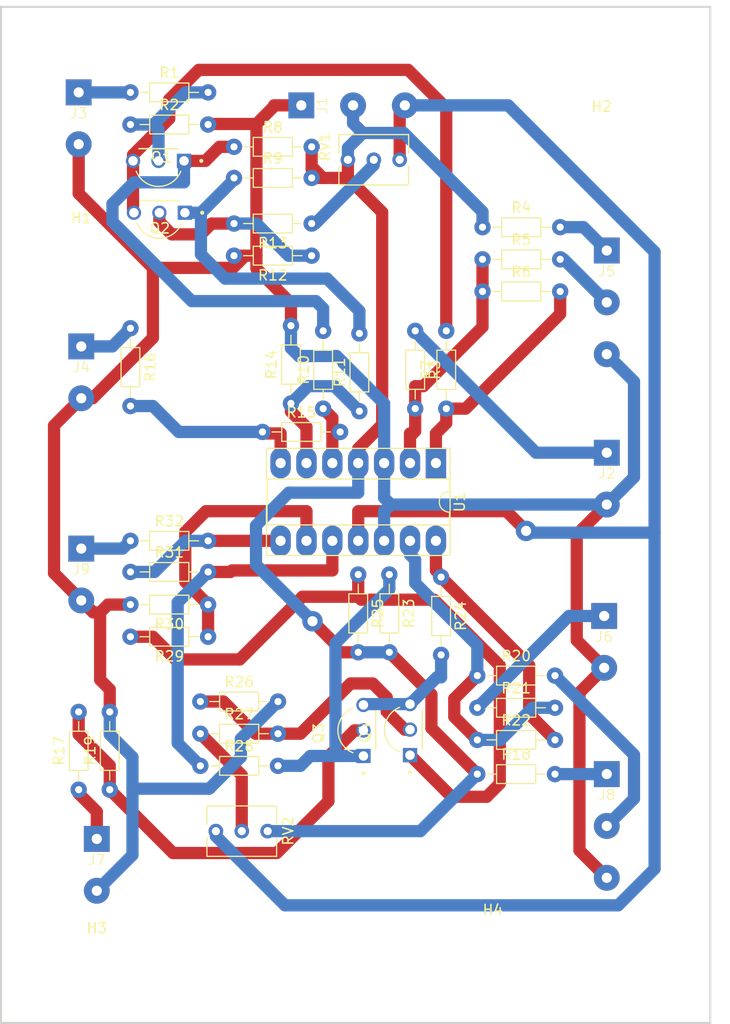
<source format=kicad_pcb>
(kicad_pcb (version 20221018) (generator pcbnew)
  (layers (0 "F.Cu" signal) (31 "B.Cu" signal) (34 "B.Paste" user) (35 "F.Paste" user) (36 "B.SilkS" user "B.Silkscreen") (37 "F.SilkS" user "F.Silkscreen") (38 "B.Mask" user) (39 "F.Mask" user) (44 "Edge.Cuts" user))
  (net 0 "")
  (net 1 "GND")
  (net 2 "+12V")
  (net 3 "-12V")
  (net 4 "Net-(U1C--)")
  (net 5 "Net-(U1D--)")
  (net 6 "Net-(J2-Pin_1)")
  (net 7 "Net-(J3-Pin_1)")
  (net 8 "Net-(J4-Pin_1)")
  (net 9 "Net-(J5-Pin_1)")
  (net 10 "Net-(J5-Pin_2)")
  (net 11 "Net-(Q1-Pad1)")
  (net 12 "Net-(Q1-Pad2)")
  (net 13 "Net-(Q1-Pad3)")
  (net 14 "Net-(Q2-Pad1)")
  (net 15 "Net-(Q2-Pad2)")
  (net 16 "Net-(U1A--)")
  (net 17 "Net-(R6-Pad2)")
  (net 18 "Net-(U1B-+)")
  (net 19 "Net-(U1B--)")
  (net 20 "Net-(R13-Pad1)")
  (net 21 "Net-(R15-Pad1)")
  (net 22 "Net-(J6-Pin_1)")
  (net 23 "Net-(J7-Pin_1)")
  (net 24 "Net-(J8-Pin_1)")
  (net 25 "Net-(J8-Pin_2)")
  (net 26 "Net-(J9-Pin_1)")
  (net 27 "Net-(Q3-Pad1)")
  (net 28 "Net-(Q3-Pad2)")
  (net 29 "Net-(Q3-Pad3)")
  (net 30 "Net-(Q4-Pad1)")
  (net 31 "Net-(Q4-Pad2)")
  (net 32 "Net-(R22-Pad2)")
  (net 33 "Net-(R27-Pad1)")
  (net 34 "Net-(U1C-+)")
  (net 35 "Net-(R31-Pad1)")
  (footprint "my_library:my_tht_r" (layer "F.Cu") (at 176.784 104.14)
    (fp_text reference "R32" (at 3.81 -1.92) (layer "F.SilkS"))
    (fp_text value "1k")
    (pad "1" thru_hole circle (at 0 0) (size 1.6 1.6) (drill 0.7) (layers "*.Cu" "*.Mask") (net 26 "Net-(J9-Pin_1)"))
    (pad "2" thru_hole oval (at 7.62 0) (size 1.6 1.6) (drill 0.7) (layers "*.Cu" "*.Mask") (net 35 "Net-(R31-Pad1)"))
  )
  (footprint "my_library:my_tht_r" (layer "F.Cu") (at 184.404 113.538 180)
    (fp_text reference "R29" (at 3.81 -1.92 180) (layer "F.SilkS"))
    (fp_text value "10k")
    (pad "1" thru_hole circle (at 0 0 180) (size 1.6 1.6) (drill 0.7) (layers "*.Cu" "*.Mask") (net 4 "Net-(U1C--)"))
    (pad "2" thru_hole oval (at 7.62 0 180) (size 1.6 1.6) (drill 0.7) (layers "*.Cu" "*.Mask") (net 30 "Net-(Q4-Pad1)"))
  )
  (footprint "my_library:my_tht_r" (layer "F.Cu") (at 211.328 73.406)
    (fp_text reference "R4" (at 3.81 -1.92) (layer "F.SilkS"))
    (fp_text value "20k")
    (pad "1" thru_hole circle (at 0 0) (size 1.6 1.6) (drill 0.7) (layers "*.Cu" "*.Mask") (net 2 "+12V"))
    (pad "2" thru_hole oval (at 7.62 0) (size 1.6 1.6) (drill 0.7) (layers "*.Cu" "*.Mask") (net 9 "Net-(J5-Pin_1)"))
  )
  (footprint "my_library:my_really_cool_2pin" (layer "F.Cu") (at 223.266 114.046)
    (fp_text reference "J6" (at 0 -0.5 unlocked) (layer "F.SilkS") (effects (font (thickness 0.1))))
    (fp_text value "Conn_01x02_Socket")
    (pad "1" thru_hole rect (at 0 -2.54) (size 2.54 2.54) (drill 1) (layers "*.Cu" "*.Mask") (net 22 "Net-(J6-Pin_1)"))
    (pad "2" thru_hole circle (at 0 2.54) (size 2.54 2.54) (drill 1) (layers "*.Cu" "*.Mask") (net 1 "GND"))
  )
  (footprint "my_library:my_really_cool_2pin" (layer "F.Cu") (at 223.52 98.044)
    (fp_text reference "J2" (at 0 -0.5 unlocked) (layer "F.SilkS") (effects (font (thickness 0.1))))
    (fp_text value "Conn_01x02_Socket")
    (pad "1" thru_hole rect (at 0 -2.54) (size 2.54 2.54) (drill 1) (layers "*.Cu" "*.Mask") (net 6 "Net-(J2-Pin_1)"))
    (pad "2" thru_hole circle (at 0 2.54) (size 2.54 2.54) (drill 1) (layers "*.Cu" "*.Mask") (net 1 "GND"))
  )
  (footprint "my_library:my_tht_r" (layer "F.Cu") (at 210.82 117.348)
    (fp_text reference "R20" (at 3.81 -1.92) (layer "F.SilkS"))
    (fp_text value "100k")
    (pad "1" thru_hole circle (at 0 0) (size 1.6 1.6) (drill 0.7) (layers "*.Cu" "*.Mask") (net 5 "Net-(U1D--)"))
    (pad "2" thru_hole oval (at 7.62 0) (size 1.6 1.6) (drill 0.7) (layers "*.Cu" "*.Mask") (net 25 "Net-(J8-Pin_2)"))
  )
  (footprint "my_library:my_tht_r" (layer "F.Cu") (at 194.564 76.2 180)
    (fp_text reference "R12" (at 3.81 -1.92 180) (layer "F.SilkS"))
    (fp_text value "100")
    (pad "1" thru_hole circle (at 0 0 180) (size 1.6 1.6) (drill 0.7) (layers "*.Cu" "*.Mask") (net 15 "Net-(Q2-Pad2)"))
    (pad "2" thru_hole oval (at 7.62 0 180) (size 1.6 1.6) (drill 0.7) (layers "*.Cu" "*.Mask") (net 1 "GND"))
  )
  (footprint "my_library:my_tht_r" (layer "F.Cu") (at 186.944 68.58)
    (fp_text reference "R9" (at 3.81 -1.92) (layer "F.SilkS"))
    (fp_text value "20k")
    (pad "1" thru_hole circle (at 0 0) (size 1.6 1.6) (drill 0.7) (layers "*.Cu" "*.Mask") (net 14 "Net-(Q2-Pad1)"))
    (pad "2" thru_hole oval (at 7.62 0) (size 1.6 1.6) (drill 0.7) (layers "*.Cu" "*.Mask") (net 2 "+12V"))
  )
  (footprint "my_library:my_tht_r" (layer "F.Cu") (at 176.784 83.312 -90)
    (fp_text reference "R16" (at 3.81 -1.92 -90) (layer "F.SilkS"))
    (fp_text value "1k")
    (pad "1" thru_hole circle (at 0 0 270) (size 1.6 1.6) (drill 0.7) (layers "*.Cu" "*.Mask") (net 8 "Net-(J4-Pin_1)"))
    (pad "2" thru_hole oval (at 7.62 0 270) (size 1.6 1.6) (drill 0.7) (layers "*.Cu" "*.Mask") (net 21 "Net-(R15-Pad1)"))
  )
  (footprint "Potentiometer_THT:Potentiometer_Vishay_T73XW_Horizontal" (layer "F.Cu") (at 190.246 132.588 -90)
    (fp_text reference "RV2" (at 0 -2.01 90) (layer "F.SilkS"))
    (fp_text value "100k")
    (pad "1" thru_hole circle (at 0 0 270) (size 1.44 1.44) (drill 0.8) (layers "*.Cu" "*.Mask") (net 2 "+12V"))
    (pad "2" thru_hole circle (at 0 2.54 270) (size 1.44 1.44) (drill 0.8) (layers "*.Cu" "*.Mask") (net 33 "Net-(R27-Pad1)"))
    (pad "3" thru_hole circle (at 0 5.08 270) (size 1.44 1.44) (drill 0.8) (layers "*.Cu" "*.Mask") (net 3 "-12V"))
  )
  (footprint "my_library:my_tht_r" (layer "F.Cu") (at 174.752 128.524 90)
    (fp_text reference "R19" (at 3.81 -1.92 90) (layer "F.SilkS"))
    (fp_text value "100")
    (pad "1" thru_hole circle (at 0 0 90) (size 1.6 1.6) (drill 0.7) (layers "*.Cu" "*.Mask") (net 28 "Net-(Q3-Pad2)"))
    (pad "2" thru_hole oval (at 7.62 0 90) (size 1.6 1.6) (drill 0.7) (layers "*.Cu" "*.Mask") (net 1 "GND"))
  )
  (footprint "my_library:my_tht_r" (layer "F.Cu") (at 207.772 91.186 90)
    (fp_text reference "R7" (at 3.81 -1.92 90) (layer "F.SilkS"))
    (fp_text value "10k")
    (pad "1" thru_hole circle (at 0 0 90) (size 1.6 1.6) (drill 0.7) (layers "*.Cu" "*.Mask") (net 17 "Net-(R6-Pad2)"))
    (pad "2" thru_hole oval (at 7.62 0 90) (size 1.6 1.6) (drill 0.7) (layers "*.Cu" "*.Mask") (net 13 "Net-(Q1-Pad3)"))
  )
  (footprint "BC548C:TO92250P510H770-3" (layer "F.Cu") (at 179.538 67.564 180)
    (fp_text reference "Q1" (at -0.275 1.016) (layer "F.SilkS"))
    (fp_text value "BC548C")
    (pad "1" thru_hole rect (at -2.5 0.655 180) (size 1.4 1.4) (drill 0.93) (layers "*.Cu" "*.Mask") (net 11 "Net-(Q1-Pad1)"))
    (pad "2" thru_hole circle (at 0 0.655 180) (size 1.4 1.4) (drill 0.93) (layers "*.Cu" "*.Mask") (net 12 "Net-(Q1-Pad2)"))
    (pad "3" thru_hole circle (at 2.5 0.655 180) (size 1.4 1.4) (drill 0.93) (layers "*.Cu" "*.Mask") (net 13 "Net-(Q1-Pad3)"))
  )
  (footprint "my_library:my_really_cool_2pin" (layer "F.Cu") (at 173.482 135.89)
    (fp_text reference "J7" (at 0 -0.5 unlocked) (layer "F.SilkS") (effects (font (thickness 0.1))))
    (fp_text value "Conn_01x02_Socket")
    (pad "1" thru_hole rect (at 0 -2.54) (size 2.54 2.54) (drill 1) (layers "*.Cu" "*.Mask") (net 23 "Net-(J7-Pin_1)"))
    (pad "2" thru_hole circle (at 0 2.54) (size 2.54 2.54) (drill 1) (layers "*.Cu" "*.Mask") (net 1 "GND"))
  )
  (footprint "BC548C:TO92250P510H770-3" (layer "F.Cu") (at 198.989 122.722 90)
    (fp_text reference "Q3" (at -0.275 -3.735 90) (layer "F.SilkS"))
    (fp_text value "BC548C")
    (pad "1" thru_hole rect (at -2.5 0.655 90) (size 1.4 1.4) (drill 0.93) (layers "*.Cu" "*.Mask") (net 27 "Net-(Q3-Pad1)"))
    (pad "2" thru_hole circle (at 0 0.655 90) (size 1.4 1.4) (drill 0.93) (layers "*.Cu" "*.Mask") (net 28 "Net-(Q3-Pad2)"))
    (pad "3" thru_hole circle (at 2.5 0.655 90) (size 1.4 1.4) (drill 0.93) (layers "*.Cu" "*.Mask") (net 29 "Net-(Q3-Pad3)"))
  )
  (footprint "my_library:my_tht_r" (layer "F.Cu") (at 184.404 110.388 180)
    (fp_text reference "R30" (at 3.81 -1.92 180) (layer "F.SilkS"))
    (fp_text value "100k")
    (pad "1" thru_hole circle (at 0 0 180) (size 1.6 1.6) (drill 0.7) (layers "*.Cu" "*.Mask") (net 4 "Net-(U1C--)"))
    (pad "2" thru_hole oval (at 7.62 0 180) (size 1.6 1.6) (drill 0.7) (layers "*.Cu" "*.Mask") (net 1 "GND"))
  )
  (footprint "my_library:my_tht_r" (layer "F.Cu") (at 194.564 73.05 180)
    (fp_text reference "R13" (at 3.81 -1.92 180) (layer "F.SilkS"))
    (fp_text value "100k")
    (pad "1" thru_hole circle (at 0 0 180) (size 1.6 1.6) (drill 0.7) (layers "*.Cu" "*.Mask") (net 20 "Net-(R13-Pad1)"))
    (pad "2" thru_hole oval (at 7.62 0 180) (size 1.6 1.6) (drill 0.7) (layers "*.Cu" "*.Mask") (net 15 "Net-(Q2-Pad2)"))
  )
  (footprint "my_library:my_tht_r" (layer "F.Cu") (at 202.184 107.442 -90)
    (fp_text reference "R23" (at 3.81 -1.92 -90) (layer "F.SilkS"))
    (fp_text value "20k")
    (pad "1" thru_hole circle (at 0 0 270) (size 1.6 1.6) (drill 0.7) (layers "*.Cu" "*.Mask") (net 27 "Net-(Q3-Pad1)"))
    (pad "2" thru_hole oval (at 7.62 0 270) (size 1.6 1.6) (drill 0.7) (layers "*.Cu" "*.Mask") (net 2 "+12V"))
  )
  (footprint "BC548C:TO92250P510H770-3" (layer "F.Cu") (at 179.6235 72.644 180)
    (fp_text reference "Q2" (at -0.04 -0.869) (layer "F.SilkS"))
    (fp_text value "BC548C")
    (pad "1" thru_hole rect (at -2.5 0.655 180) (size 1.4 1.4) (drill 0.93) (layers "*.Cu" "*.Mask") (net 14 "Net-(Q2-Pad1)"))
    (pad "2" thru_hole circle (at 0 0.655 180) (size 1.4 1.4) (drill 0.93) (layers "*.Cu" "*.Mask") (net 15 "Net-(Q2-Pad2)"))
    (pad "3" thru_hole circle (at 2.5 0.655 180) (size 1.4 1.4) (drill 0.93) (layers "*.Cu" "*.Mask") (net 13 "Net-(Q1-Pad3)"))
  )
  (footprint "my_library:my_tht_r" (layer "F.Cu") (at 176.784 63.348)
    (fp_text reference "R2" (at 3.81 -1.92) (layer "F.SilkS"))
    (fp_text value "100")
    (pad "1" thru_hole circle (at 0 0) (size 1.6 1.6) (drill 0.7) (layers "*.Cu" "*.Mask") (net 12 "Net-(Q1-Pad2)"))
    (pad "2" thru_hole oval (at 7.62 0) (size 1.6 1.6) (drill 0.7) (layers "*.Cu" "*.Mask") (net 1 "GND"))
  )
  (footprint "MountingHole:MountingHole_2.1mm" (layer "F.Cu") (at 223.012 64.77)
    (fp_text reference "H2" (at 0 -3.2) (layer "F.SilkS"))
    (fp_text value "MountingHole")
    (pad "" np_thru_hole circle (at 0 0) (size 2.1 2.1) (drill 2.1) (layers "*.Cu" "*.Mask"))
  )
  (footprint "MountingHole:MountingHole_2.1mm" (layer "F.Cu") (at 171.958 75.692)
    (fp_text reference "H1" (at 0 -3.2) (layer "F.SilkS"))
    (fp_text value "MountingHole")
    (pad "" np_thru_hole circle (at 0 0) (size 2.1 2.1) (drill 2.1) (layers "*.Cu" "*.Mask"))
  )
  (footprint "my_library:my_tht_r" (layer "F.Cu") (at 204.724 83.566 -90)
    (fp_text reference "R3" (at 3.81 -1.92 -90) (layer "F.SilkS"))
    (fp_text value "100k")
    (pad "1" thru_hole circle (at 0 0 270) (size 1.6 1.6) (drill 0.7) (layers "*.Cu" "*.Mask") (net 6 "Net-(J2-Pin_1)"))
    (pad "2" thru_hole oval (at 7.62 0 270) (size 1.6 1.6) (drill 0.7) (layers "*.Cu" "*.Mask") (net 16 "Net-(U1A--)"))
  )
  (footprint "my_library:my_tht_r" (layer "F.Cu") (at 211.328 76.556)
    (fp_text reference "R5" (at 3.81 -1.92) (layer "F.SilkS"))
    (fp_text value "100k")
    (pad "1" thru_hole circle (at 0 0) (size 1.6 1.6) (drill 0.7) (layers "*.Cu" "*.Mask") (net 16 "Net-(U1A--)"))
    (pad "2" thru_hole oval (at 7.62 0) (size 1.6 1.6) (drill 0.7) (layers "*.Cu" "*.Mask") (net 10 "Net-(J5-Pin_2)"))
  )
  (footprint "my_library:my_tht_r" (layer "F.Cu") (at 211.328 79.706)
    (fp_text reference "R6" (at 3.81 -1.92) (layer "F.SilkS"))
    (fp_text value "82k")
    (pad "1" thru_hole circle (at 0 0) (size 1.6 1.6) (drill 0.7) (layers "*.Cu" "*.Mask") (net 16 "Net-(U1A--)"))
    (pad "2" thru_hole oval (at 7.62 0) (size 1.6 1.6) (drill 0.7) (layers "*.Cu" "*.Mask") (net 17 "Net-(R6-Pad2)"))
  )
  (footprint "my_library:my_tht_r" (layer "F.Cu") (at 199.136 107.442 -90)
    (fp_text reference "R25" (at 3.81 -1.92 -90) (layer "F.SilkS"))
    (fp_text value "20k")
    (pad "1" thru_hole circle (at 0 0 270) (size 1.6 1.6) (drill 0.7) (layers "*.Cu" "*.Mask") (net 30 "Net-(Q4-Pad1)"))
    (pad "2" thru_hole oval (at 7.62 0 270) (size 1.6 1.6) (drill 0.7) (layers "*.Cu" "*.Mask") (net 2 "+12V"))
  )
  (footprint "my_library:my_tht_r" (layer "F.Cu") (at 199.248 91.44 90)
    (fp_text reference "R11" (at 3.81 -1.92 90) (layer "F.SilkS"))
    (fp_text value "10k")
    (pad "1" thru_hole circle (at 0 0 90) (size 1.6 1.6) (drill 0.7) (layers "*.Cu" "*.Mask") (net 19 "Net-(U1B--)"))
    (pad "2" thru_hole oval (at 7.62 0 90) (size 1.6 1.6) (drill 0.7) (layers "*.Cu" "*.Mask") (net 14 "Net-(Q2-Pad1)"))
  )
  (footprint "my_library:my_tht_r" (layer "F.Cu") (at 195.692 91.186 90)
    (fp_text reference "R10" (at 3.81 -1.92 90) (layer "F.SilkS"))
    (fp_text value "10k")
    (pad "1" thru_hole circle (at 0 0 90) (size 1.6 1.6) (drill 0.7) (layers "*.Cu" "*.Mask") (net 18 "Net-(U1B-+)"))
    (pad "2" thru_hole oval (at 7.62 0 90) (size 1.6 1.6) (drill 0.7) (layers "*.Cu" "*.Mask") (net 11 "Net-(Q1-Pad1)"))
  )
  (footprint "my_library:my_tht_r" (layer "F.Cu") (at 183.642 123.038)
    (fp_text reference "R27" (at 3.81 -1.92) (layer "F.SilkS"))
    (fp_text value "100k")
    (pad "1" thru_hole circle (at 0 0) (size 1.6 1.6) (drill 0.7) (layers "*.Cu" "*.Mask") (net 33 "Net-(R27-Pad1)"))
    (pad "2" thru_hole oval (at 7.62 0) (size 1.6 1.6) (drill 0.7) (layers "*.Cu" "*.Mask") (net 31 "Net-(Q4-Pad2)"))
  )
  (footprint "my_library:my_really_cool_3pin" (layer "F.Cu") (at 223.52 78.232)
    (fp_text reference "J5" (at 0 -0.5 unlocked) (layer "F.SilkS") (effects (font (thickness 0.1))))
    (fp_text value "Conn_01x03_Socket")
    (pad "1" thru_hole rect (at 0 -2.54) (size 2.54 2.54) (drill 1) (layers "*.Cu" "*.Mask") (net 9 "Net-(J5-Pin_1)"))
    (pad "2" thru_hole circle (at 0 2.54) (size 2.54 2.54) (drill 1) (layers "*.Cu" "*.Mask") (net 10 "Net-(J5-Pin_2)"))
    (pad "3" thru_hole circle (at 0 7.62) (size 2.54 2.54) (drill 1) (layers "*.Cu" "*.Mask") (net 1 "GND"))
  )
  (footprint "my_library:my_really_cool_3pin" (layer "F.Cu") (at 196.088 61.468 90)
    (fp_text reference "J1" (at 0 -0.5 90 unlocked) (layer "F.SilkS") (effects (font (thickness 0.1))))
    (fp_text value "Conn_01x03_Socket")
    (pad "1" thru_hole rect (at 0 -2.54 90) (size 2.54 2.54) (drill 1) (layers "*.Cu" "*.Mask") (net 1 "GND"))
    (pad "2" thru_hole circle (at 0 2.54 90) (size 2.54 2.54) (drill 1) (layers "*.Cu" "*.Mask") (net 2 "+12V"))
    (pad "3" thru_hole circle (at 0 7.62 90) (size 2.54 2.54) (drill 1) (layers "*.Cu" "*.Mask") (net 3 "-12V"))
  )
  (footprint "my_library:my_really_cool_2pin" (layer "F.Cu") (at 171.958 107.442)
    (fp_text reference "J9" (at 0 -0.5 unlocked) (layer "F.SilkS") (effects (font (thickness 0.1))))
    (fp_text value "Conn_01x02_Socket")
    (pad "1" thru_hole rect (at 0 -2.54) (size 2.54 2.54) (drill 1) (layers "*.Cu" "*.Mask") (net 26 "Net-(J9-Pin_1)"))
    (pad "2" thru_hole circle (at 0 2.54) (size 2.54 2.54) (drill 1) (layers "*.Cu" "*.Mask") (net 1 "GND"))
  )
  (footprint "my_library:my_tht_r" (layer "F.Cu") (at 183.642 126.188)
    (fp_text reference "R28" (at 3.81 -1.92) (layer "F.SilkS"))
    (fp_text value "10k")
    (pad "1" thru_hole circle (at 0 0) (size 1.6 1.6) (drill 0.7) (layers "*.Cu" "*.Mask") (net 34 "Net-(U1C-+)"))
    (pad "2" thru_hole oval (at 7.62 0) (size 1.6 1.6) (drill 0.7) (layers "*.Cu" "*.Mask") (net 27 "Net-(Q3-Pad1)"))
  )
  (footprint "Potentiometer_THT:Potentiometer_Vishay_T73XW_Horizontal" (layer "F.Cu") (at 198.12 66.802 90)
    (fp_text reference "RV1" (at 1.27 -2.264 90) (layer "F.SilkS"))
    (fp_text value "100k")
    (pad "1" thru_hole circle (at 0 0 90) (size 1.44 1.44) (drill 0.8) (layers "*.Cu" "*.Mask") (net 2 "+12V"))
    (pad "2" thru_hole circle (at 0 2.54 90) (size 1.44 1.44) (drill 0.8) (layers "*.Cu" "*.Mask") (net 20 "Net-(R13-Pad1)"))
    (pad "3" thru_hole circle (at 0 5.08 90) (size 1.44 1.44) (drill 0.8) (layers "*.Cu" "*.Mask") (net 3 "-12V"))
  )
  (footprint "my_library:my_tht_r" (layer "F.Cu") (at 189.738 93.472)
    (fp_text reference "R15" (at 3.81 -1.92) (layer "F.SilkS"))
    (fp_text value "100k")
    (pad "1" thru_hole circle (at 0 0) (size 1.6 1.6) (drill 0.7) (layers "*.Cu" "*.Mask") (net 21 "Net-(R15-Pad1)"))
    (pad "2" thru_hole oval (at 7.62 0) (size 1.6 1.6) (drill 0.7) (layers "*.Cu" "*.Mask") (net 18 "Net-(U1B-+)"))
  )
  (footprint "my_library:my_tht_r" (layer "F.Cu") (at 176.784 60.198)
    (fp_text reference "R1" (at 3.81 -1.92) (layer "F.SilkS"))
    (fp_text value "100k")
    (pad "1" thru_hole circle (at 0 0) (size 1.6 1.6) (drill 0.7) (layers "*.Cu" "*.Mask") (net 7 "Net-(J3-Pin_1)"))
    (pad "2" thru_hole oval (at 7.62 0) (size 1.6 1.6) (drill 0.7) (layers "*.Cu" "*.Mask") (net 12 "Net-(Q1-Pad2)"))
  )
  (footprint "my_library:my_tht_r" (layer "F.Cu") (at 183.642 119.888)
    (fp_text reference "R26" (at 3.81 -1.92) (layer "F.SilkS"))
    (fp_text value "100")
    (pad "1" thru_hole circle (at 0 0) (size 1.6 1.6) (drill 0.7) (layers "*.Cu" "*.Mask") (net 31 "Net-(Q4-Pad2)"))
    (pad "2" thru_hole oval (at 7.62 0) (size 1.6 1.6) (drill 0.7) (layers "*.Cu" "*.Mask") (net 1 "GND"))
  )
  (footprint "my_library:my_tht_r" (layer "F.Cu") (at 210.82 123.648)
    (fp_text reference "R22" (at 3.81 -1.92) (layer "F.SilkS"))
    (fp_text value "82k")
    (pad "1" thru_hole circle (at 0 0) (size 1.6 1.6) (drill 0.7) (layers "*.Cu" "*.Mask") (net 5 "Net-(U1D--)"))
    (pad "2" thru_hole oval (at 7.62 0) (size 1.6 1.6) (drill 0.7) (layers "*.Cu" "*.Mask") (net 32 "Net-(R22-Pad2)"))
  )
  (footprint "my_library:my_tht_r" (layer "F.Cu") (at 186.944 65.532)
    (fp_text reference "R8" (at 3.81 -1.92) (layer "F.SilkS"))
    (fp_text value "20k")
    (pad "1" thru_hole circle (at 0 0) (size 1.6 1.6) (drill 0.7) (layers "*.Cu" "*.Mask") (net 11 "Net-(Q1-Pad1)"))
    (pad "2" thru_hole oval (at 7.62 0) (size 1.6 1.6) (drill 0.7) (layers "*.Cu" "*.Mask") (net 2 "+12V"))
  )
  (footprint "my_library:my_tht_r" (layer "F.Cu") (at 210.82 120.498)
    (fp_text reference "R21" (at 3.81 -1.92) (layer "F.SilkS"))
    (fp_text value "100k")
    (pad "1" thru_hole circle (at 0 0) (size 1.6 1.6) (drill 0.7) (layers "*.Cu" "*.Mask") (net 22 "Net-(J6-Pin_1)"))
    (pad "2" thru_hole oval (at 7.62 0) (size 1.6 1.6) (drill 0.7) (layers "*.Cu" "*.Mask") (net 5 "Net-(U1D--)"))
  )
  (footprint "my_library:my_tht_r" (layer "F.Cu") (at 192.532 90.678 90)
    (fp_text reference "R14" (at 3.81 -1.92 90) (layer "F.SilkS"))
    (fp_text value "100k")
    (pad "1" thru_hole circle (at 0 0 90) (size 1.6 1.6) (drill 0.7) (layers "*.Cu" "*.Mask") (net 19 "Net-(U1B--)"))
    (pad "2" thru_hole oval (at 7.62 0 90) (size 1.6 1.6) (drill 0.7) (layers "*.Cu" "*.Mask") (net 1 "GND"))
  )
  (footprint "my_library:my_tht_r" (layer "F.Cu") (at 210.82 127)
    (fp_text reference "R18" (at 3.81 -1.92) (layer "F.SilkS"))
    (fp_text value "20k")
    (pad "1" thru_hole circle (at 0 0) (size 1.6 1.6) (drill 0.7) (layers "*.Cu" "*.Mask") (net 2 "+12V"))
    (pad "2" thru_hole oval (at 7.62 0) (size 1.6 1.6) (drill 0.7) (layers "*.Cu" "*.Mask") (net 24 "Net-(J8-Pin_1)"))
  )
  (footprint "my_library:my_tht_r" (layer "F.Cu") (at 207.264 107.696 -90)
    (fp_text reference "R24" (at 3.81 -1.92 -90) (layer "F.SilkS"))
    (fp_text value "10k")
    (pad "1" thru_hole circle (at 0 0 270) (size 1.6 1.6) (drill 0.7) (layers "*.Cu" "*.Mask") (net 32 "Net-(R22-Pad2)"))
    (pad "2" thru_hole oval (at 7.62 0 270) (size 1.6 1.6) (drill 0.7) (layers "*.Cu" "*.Mask") (net 29 "Net-(Q3-Pad3)"))
  )
  (footprint "MountingHole:MountingHole_2.1mm" (layer "F.Cu") (at 212.344 143.51)
    (fp_text reference "H4" (at 0 -3.2) (layer "F.SilkS"))
    (fp_text value "MountingHole")
    (pad "" np_thru_hole circle (at 0 0) (size 2.1 2.1) (drill 2.1) (layers "*.Cu" "*.Mask"))
  )
  (footprint "my_library:my_really_cool_2pin" (layer "F.Cu") (at 171.958 87.63)
    (fp_text reference "J4" (at 0 -0.5 unlocked) (layer "F.SilkS") (effects (font (thickness 0.1))))
    (fp_text value "Conn_01x02_Socket")
    (pad "1" thru_hole rect (at 0 -2.54) (size 2.54 2.54) (drill 1) (layers "*.Cu" "*.Mask") (net 8 "Net-(J4-Pin_1)"))
    (pad "2" thru_hole circle (at 0 2.54) (size 2.54 2.54) (drill 1) (layers "*.Cu" "*.Mask") (net 1 "GND"))
  )
  (footprint "my_library:my_really_cool_2pin" (layer "F.Cu") (at 171.704 62.738)
    (fp_text reference "J3" (at 0 -0.5 unlocked) (layer "F.SilkS") (effects (font (thickness 0.1))))
    (fp_text value "Conn_01x02_Socket")
    (pad "1" thru_hole rect (at 0 -2.54) (size 2.54 2.54) (drill 1) (layers "*.Cu" "*.Mask") (net 7 "Net-(J3-Pin_1)"))
    (pad "2" thru_hole circle (at 0 2.54) (size 2.54 2.54) (drill 1) (layers "*.Cu" "*.Mask") (net 1 "GND"))
  )
  (footprint "my_library:my_really_cool_3pin" (layer "F.Cu") (at 223.52 129.54)
    (fp_text reference "J8" (at 0 -0.5 unlocked) (layer "F.SilkS") (effects (font (thickness 0.1))))
    (fp_text value "Conn_01x03_Socket")
    (pad "1" thru_hole rect (at 0 -2.54) (size 2.54 2.54) (drill 1) (layers "*.Cu" "*.Mask") (net 24 "Net-(J8-Pin_1)"))
    (pad "2" thru_hole circle (at 0 2.54) (size 2.54 2.54) (drill 1) (layers "*.Cu" "*.Mask") (net 25 "Net-(J8-Pin_2)"))
    (pad "3" thru_hole circle (at 0 7.62) (size 2.54 2.54) (drill 1) (layers "*.Cu" "*.Mask") (net 1 "GND"))
  )
  (footprint "my_library:my_tht_r" (layer "F.Cu") (at 171.704 128.524 90)
    (fp_text reference "R17" (at 3.81 -1.92 90) (layer "F.SilkS"))
    (fp_text value "100k")
    (pad "1" thru_hole circle (at 0 0 90) (size 1.6 1.6) (drill 0.7) (layers "*.Cu" "*.Mask") (net 23 "Net-(J7-Pin_1)"))
    (pad "2" thru_hole oval (at 7.62 0 90) (size 1.6 1.6) (drill 0.7) (layers "*.Cu" "*.Mask") (net 28 "Net-(Q3-Pad2)"))
  )
  (footprint "BC548C:TO92250P510H770-3" (layer "F.Cu") (at 203.561 122.642 90)
    (fp_text reference "Q4" (at -0.275 -3.735 90) (layer "F.SilkS"))
    (fp_text value "BC548C")
    (pad "1" thru_hole rect (at -2.5 0.655 90) (size 1.4 1.4) (drill 0.93) (layers "*.Cu" "*.Mask") (net 30 "Net-(Q4-Pad1)"))
    (pad "2" thru_hole circle (at 0 0.655 90) (size 1.4 1.4) (drill 0.93) (layers "*.Cu" "*.Mask") (net 31 "Net-(Q4-Pad2)"))
    (pad "3" thru_hole circle (at 2.5 0.655 90) (size 1.4 1.4) (drill 0.93) (layers "*.Cu" "*.Mask") (net 29 "Net-(Q3-Pad3)"))
  )
  (footprint "MountingHole:MountingHole_2.1mm" (layer "F.Cu") (at 173.482 145.288)
    (fp_text reference "H3" (at 0 -3.2) (layer "F.SilkS"))
    (fp_text value "MountingHole")
    (pad "" np_thru_hole circle (at 0 0) (size 2.1 2.1) (drill 2.1) (layers "*.Cu" "*.Mask"))
  )
  (footprint "my_library:my_tht_r" (layer "F.Cu") (at 176.784 107.188)
    (fp_text reference "R31" (at 3.81 -1.92) (layer "F.SilkS"))
    (fp_text value "100k")
    (pad "1" thru_hole circle (at 0 0) (size 1.6 1.6) (drill 0.7) (layers "*.Cu" "*.Mask") (net 35 "Net-(R31-Pad1)"))
    (pad "2" thru_hole oval (at 7.62 0) (size 1.6 1.6) (drill 0.7) (layers "*.Cu" "*.Mask") (net 34 "Net-(U1C-+)"))
  )
  (footprint "my_library:my_dip14" (layer "F.Cu") (at 206.756 96.52 -90)
    (fp_text reference "U1" (at 3.81 -2.33 90) (layer "F.SilkS"))
    (fp_text value "TL074")
    (pad "1" thru_hole rect (at 0 0 270) (size 3 2) (drill 1) (layers "*.Cu" "*.Mask") (net 17 "Net-(R6-Pad2)"))
    (pad "2" thru_hole oval (at 0 2.54 270) (size 3 2) (drill 1) (layers "*.Cu" "*.Mask") (net 16 "Net-(U1A--)"))
    (pad "3" thru_hole oval (at 0 5.08 270) (size 3 2) (drill 1) (layers "*.Cu" "*.Mask") (net 1 "GND"))
    (pad "4" thru_hole oval (at 0 7.62 270) (size 3 2) (drill 1) (layers "*.Cu" "*.Mask") (net 2 "+12V"))
    (pad "5" thru_hole oval (at 0 10.16 270) (size 3 2) (drill 1) (layers "*.Cu" "*.Mask") (net 18 "Net-(U1B-+)"))
    (pad "6" thru_hole oval (at 0 12.7 270) (size 3 2) (drill 1) (layers "*.Cu" "*.Mask") (net 19 "Net-(U1B--)"))
    (pad "7" thru_hole oval (at 0 15.24 270) (size 3 2) (drill 1) (layers "*.Cu" "*.Mask") (net 21 "Net-(R15-Pad1)"))
    (pad "8" thru_hole oval (at 7.62 15.24 270) (size 3 2) (drill 1) (layers "*.Cu" "*.Mask") (net 35 "Net-(R31-Pad1)"))
    (pad "9" thru_hole oval (at 7.62 12.7 270) (size 3 2) (drill 1) (layers "*.Cu" "*.Mask") (net 4 "Net-(U1C--)"))
    (pad "10" thru_hole oval (at 7.62 10.16 270) (size 3 2) (drill 1) (layers "*.Cu" "*.Mask") (net 34 "Net-(U1C-+)"))
    (pad "11" thru_hole oval (at 7.62 7.62 270) (size 3 2) (drill 1) (layers "*.Cu" "*.Mask") (net 3 "-12V"))
    (pad "12" thru_hole oval (at 7.62 5.08 270) (size 3 2) (drill 1) (layers "*.Cu" "*.Mask") (net 1 "GND"))
    (pad "13" thru_hole oval (at 7.62 2.54 270) (size 3 2) (drill 1) (layers "*.Cu" "*.Mask") (net 5 "Net-(U1D--)"))
    (pad "14" thru_hole oval (at 7.62 0 270) (size 3 2) (drill 1) (layers "*.Cu" "*.Mask") (net 32 "Net-(R22-Pad2)"))
  )
  (gr_rect (start 164.084 51.816) (end 233.68 151.384) (stroke (width 0.2)) (fill none) (layer "Edge.Cuts"))
  (segment (start 190.8761 61.468) (end 190.8761 61.5618) (width 1.2) (layer "F.Cu") (net 1))
  (segment (start 220.8404 134.4804) (end 223.52 137.16) (width 1.2) (layer "F.Cu") (net 1))
  (segment (start 169.2861 92.8419) (end 169.2861 107.3101) (width 1.2) (layer "F.Cu") (net 1))
  (segment (start 186.8511 77.3939) (end 178.9859 77.3939) (width 1.2) (layer "F.Cu") (net 1))
  (segment (start 189.1459 77.47) (end 189.1459 76.2) (width 1.2) (layer "F.Cu") (net 1))
  (segment (start 173.0723 90.17) (end 178.9859 84.2564) (width 1.2) (layer "F.Cu") (net 1))
  (segment (start 173.8102 111.1599) (end 174.5821 110.388) (width 1.2) (layer "F.Cu") (net 1))
  (segment (start 188.045 76.2) (end 189.1459 76.2) (width 1.2) (layer "F.Cu") (net 1))
  (segment (start 169.2861 107.3101) (end 171.958 109.982) (width 1.2) (layer "F.Cu") (net 1))
  (segment (start 223.266 116.586) (end 220.8404 119.0116) (width 1.2) (layer "F.Cu") (net 1))
  (segment (start 178.9859 77.3939) (end 171.704 70.112) (width 1.2) (layer "F.Cu") (net 1))
  (segment (start 192.532 83.058) (end 192.532 80.8561) (width 1.2) (layer "F.Cu") (net 1))
  (segment (start 220.8404 119.0116) (end 220.8404 134.4804) (width 1.2) (layer "F.Cu") (net 1))
  (segment (start 192.532 80.8561) (end 189.1459 77.47) (width 1.2) (layer "F.Cu") (net 1))
  (segment (start 178.9859 84.2564) (end 178.9859 77.3939) (width 1.2) (layer "F.Cu") (net 1))
  (segment (start 171.958 109.982) (end 173.1359 111.1599) (width 1.2) (layer "F.Cu") (net 1))
  (segment (start 220.5736 103.5304) (end 220.5736 113.8936) (width 1.2) (layer "F.Cu") (net 1))
  (segment (start 220.5736 113.8936) (end 223.266 116.586) (width 1.2) (layer "F.Cu") (net 1))
  (segment (start 176.784 110.388) (end 174.5821 110.388) (width 1.2) (layer "F.Cu") (net 1))
  (segment (start 188.045 76.2) (end 186.8511 77.3939) (width 1.2) (layer "F.Cu") (net 1))
  (segment (start 189.1459 63.292) (end 184.46 63.292) (width 1.2) (layer "F.Cu") (net 1))
  (segment (start 189.1459 63.292) (end 189.1459 76.2) (width 1.2) (layer "F.Cu") (net 1))
  (segment (start 171.704 70.112) (end 171.704 65.278) (width 1.2) (layer "F.Cu") (net 1))
  (segment (start 173.1359 111.1599) (end 173.8102 111.1599) (width 1.2) (layer "F.Cu") (net 1))
  (segment (start 223.52 100.584) (end 220.5736 103.5304) (width 1.2) (layer "F.Cu") (net 1))
  (segment (start 174.752 118.7021) (end 173.8102 117.7603) (width 1.2) (layer "F.Cu") (net 1))
  (segment (start 186.944 76.2) (end 188.045 76.2) (width 1.2) (layer "F.Cu") (net 1))
  (segment (start 173.8102 117.7603) (end 173.8102 111.1599) (width 1.2) (layer "F.Cu") (net 1))
  (segment (start 184.46 63.292) (end 184.404 63.348) (width 1.2) (layer "F.Cu") (net 1))
  (segment (start 171.958 90.17) (end 173.0723 90.17) (width 1.2) (layer "F.Cu") (net 1))
  (segment (start 171.958 90.17) (end 169.2861 92.8419) (width 1.2) (layer "F.Cu") (net 1))
  (segment (start 174.752 120.904) (end 174.752 118.7021) (width 1.2) (layer "F.Cu") (net 1))
  (segment (start 190.8761 61.5618) (end 189.1459 63.292) (width 1.2) (layer "F.Cu") (net 1))
  (segment (start 193.548 61.468) (end 190.8761 61.468) (width 1.2) (layer "F.Cu") (net 1))
  (segment (start 197.0112 86.0297) (end 201.676 90.6945) (width 1.2) (layer "B.Cu") (net 1))
  (segment (start 201.676 104.14) (end 201.676 101.2381) (width 1.2) (layer "B.Cu") (net 1))
  (segment (start 223.52 100.584) (end 202.3301 100.584) (width 1.2) (layer "B.Cu") (net 1))
  (segment (start 201.676 96.52) (end 201.676 99.9299) (width 1.2) (layer "B.Cu") (net 1))
  (segment (start 176.9813 125.3352) (end 176.9813 128.4293) (width 1.2) (layer "B.Cu") (net 1))
  (segment (start 223.52 85.852) (end 226.1919 88.5239) (width 1.2) (layer "B.Cu") (net 1))
  (segment (start 226.1919 97.9121) (end 223.52 100.584) (width 1.2) (layer "B.Cu") (net 1))
  (segment (start 201.676 90.6945) (end 201.676 96.52) (width 1.2) (layer "B.Cu") (net 1))
  (segment (start 187.6219 123.5281) (end 191.262 119.888) (width 1.2) (layer "B.Cu") (net 1))
  (segment (start 187.6219 125.327) (end 187.6219 123.5281) (width 1.2) (layer "B.Cu") (net 1))
  (segment (start 202.3301 100.584) (end 201.676 101.2381) (width 1.2) (layer "B.Cu") (net 1))
  (segment (start 201.676 99.9299) (end 202.3301 100.584) (width 1.2) (layer "B.Cu") (net 1))
  (segment (start 226.1919 88.5239) (end 226.1919 97.9121) (width 1.2) (layer "B.Cu") (net 1))
  (segment (start 176.9813 134.9307) (end 173.482 138.43) (width 1.2) (layer "B.Cu") (net 1))
  (segment (start 192.532 83.058) (end 192.532 85.2599) (width 1.2) (layer "B.Cu") (net 1))
  (segment (start 193.3018 86.0297) (end 197.0112 86.0297) (width 1.2) (layer "B.Cu") (net 1))
  (segment (start 176.9813 128.4293) (end 184.5196 128.4293) (width 1.2) (layer "B.Cu") (net 1))
  (segment (start 176.9813 128.4293) (end 176.9813 134.9307) (width 1.2) (layer "B.Cu") (net 1))
  (segment (start 174.752 120.904) (end 174.752 123.1059) (width 1.2) (layer "B.Cu") (net 1))
  (segment (start 184.5196 128.4293) (end 187.6219 125.327) (width 1.2) (layer "B.Cu") (net 1))
  (segment (start 192.532 85.2599) (end 193.3018 86.0297) (width 1.2) (layer "B.Cu") (net 1))
  (segment (start 174.752 123.1059) (end 176.9813 125.3352) (width 1.2) (layer "B.Cu") (net 1))
  (segment (start 198.12 68.58) (end 196.7659 68.58) (width 1.2) (layer "F.Cu") (net 2))
  (segment (start 194.564 65.532) (end 194.564 67.7339) (width 1.2) (layer "F.Cu") (net 2))
  (segment (start 196.9341 115.062) (end 196.9341 114.3066) (width 1.2) (layer "F.Cu") (net 2))
  (segment (start 199.136 115.062) (end 196.9341 115.062) (width 1.2) (layer "F.Cu") (net 2))
  (segment (start 195.665 68.58) (end 196.7659 68.58) (width 1.2) (layer "F.Cu") (net 2))
  (segment (start 196.9341 114.3066) (end 194.6472 112.0197) (width 1.2) (layer "F.Cu") (net 2))
  (segment (start 206.3179 122.4979) (end 210.82 127) (width 1.2) (layer "F.Cu") (net 2))
  (segment (start 202.184 115.062) (end 206.3179 119.1959) (width 1.2) (layer "F.Cu") (net 2))
  (segment (start 201.485 71.945) (end 198.12 68.58) (width 1.2) (layer "F.Cu") (net 2))
  (segment (start 194.8189 67.7339) (end 194.564 67.7339) (width 1.2) (layer "F.Cu") (net 2))
  (segment (start 198.12 68.58) (end 198.12 66.802) (width 1.2) (layer "F.Cu") (net 2))
  (segment (start 199.136 95.104) (end 201.485 92.755) (width 1.2) (layer "F.Cu") (net 2))
  (segment (start 201.485 92.755) (end 201.485 71.945) (width 1.2) (layer "F.Cu") (net 2))
  (segment (start 194.564 68.58) (end 195.665 68.58) (width 1.2) (layer "F.Cu") (net 2))
  (segment (start 195.665 68.58) (end 194.8189 67.7339) (width 1.2) (layer "F.Cu") (net 2))
  (segment (start 206.3179 119.1959) (end 206.3179 122.4979) (width 1.2) (layer "F.Cu") (net 2))
  (segment (start 199.136 96.52) (end 199.136 95.104) (width 1.2) (layer "F.Cu") (net 2))
  (via (at 194.6472 112.0197) (size 2) (drill 1) (layers "F.Cu" "B.Cu") (net 2))
  (segment (start 202.184 115.062) (end 199.136 115.062) (width 1.2) (layer "B.Cu") (net 2))
  (segment (start 199.5852 64.1744) (end 198.628 63.2172) (width 1.2) (layer "B.Cu") (net 2))
  (segment (start 211.328 71.894) (end 203.6084 64.1744) (width 1.2) (layer "B.Cu") (net 2))
  (segment (start 198.12 65.6396) (end 198.12 66.802) (width 1.2) (layer "B.Cu") (net 2))
  (segment (start 192.3191 99.4219) (end 199.136 99.4219) (width 1.2) (layer "B.Cu") (net 2))
  (segment (start 190.246 132.588) (end 205.232 132.588) (width 1.2) (layer "B.Cu") (net 2))
  (segment (start 205.232 132.588) (end 210.82 127) (width 1.2) (layer "B.Cu") (net 2))
  (segment (start 189.1026 102.6384) (end 192.3191 99.4219) (width 1.2) (layer "B.Cu") (net 2))
  (segment (start 203.6084 64.1744) (end 199.5852 64.1744) (width 1.2) (layer "B.Cu") (net 2))
  (segment (start 211.328 73.406) (end 211.328 71.894) (width 1.2) (layer "B.Cu") (net 2))
  (segment (start 189.1026 106.4751) (end 189.1026 102.6384) (width 1.2) (layer "B.Cu") (net 2))
  (segment (start 199.136 96.52) (end 199.136 99.4219) (width 1.2) (layer "B.Cu") (net 2))
  (segment (start 198.628 63.2172) (end 198.628 61.468) (width 1.2) (layer "B.Cu") (net 2))
  (segment (start 199.5852 64.1744) (end 198.12 65.6396) (width 1.2) (layer "B.Cu") (net 2))
  (segment (start 194.6472 112.0197) (end 189.1026 106.4751) (width 1.2) (layer "B.Cu") (net 2))
  (segment (start 203.2 61.976) (end 203.2 66.802) (width 1.2) (layer "F.Cu") (net 3))
  (segment (start 203.708 61.468) (end 203.2 61.976) (width 1.2) (layer "F.Cu") (net 3))
  (segment (start 199.136 104.14) (end 199.136 101.2381) (width 1.2) (layer "F.Cu") (net 3))
  (segment (start 215.6013 103.1665) (end 213.6729 101.2381) (width 1.2) (layer "F.Cu") (net 3))
  (segment (start 213.6729 101.2381) (end 199.136 101.2381) (width 1.2) (layer "F.Cu") (net 3))
  (via (at 215.6013 103.1665) (size 2) (drill 1) (layers "F.Cu" "B.Cu") (net 3))
  (segment (start 228.2121 75.8291) (end 213.851 61.468) (width 1.2) (layer "B.Cu") (net 3))
  (segment (start 213.851 61.468) (end 203.708 61.468) (width 1.2) (layer "B.Cu") (net 3))
  (segment (start 185.166 132.588) (end 185.166 133.0812) (width 1.2) (layer "B.Cu") (net 3))
  (segment (start 185.166 133.0812) (end 191.9419 139.8571) (width 1.2) (layer "B.Cu") (net 3))
  (segment (start 215.7751 103.3403) (end 215.6013 103.1665) (width 1.2) (layer "B.Cu") (net 3))
  (segment (start 228.2121 103.3403) (end 228.2121 75.8291) (width 1.2) (layer "B.Cu") (net 3))
  (segment (start 228.2121 103.3403) (end 215.7751 103.3403) (width 1.2) (layer "B.Cu") (net 3))
  (segment (start 228.2121 136.2832) (end 228.2121 103.3403) (width 1.2) (layer "B.Cu") (net 3))
  (segment (start 191.9419 139.8571) (end 224.6382 139.8571) (width 1.2) (layer "B.Cu") (net 3))
  (segment (start 224.6382 139.8571) (end 228.2121 136.2832) (width 1.2) (layer "B.Cu") (net 3))
  (segment (start 182.1637 103.2625) (end 182.1637 108.1477) (width 1.2) (layer "F.Cu") (net 4))
  (segment (start 182.1637 108.1477) (end 184.404 110.388) (width 1.2) (layer "F.Cu") (net 4))
  (segment (start 184.404 113.538) (end 184.404 110.388) (width 1.2) (layer "F.Cu") (net 4))
  (segment (start 194.056 101.2381) (end 184.1881 101.2381) (width 1.2) (layer "F.Cu") (net 4))
  (segment (start 194.056 104.14) (end 194.056 101.2381) (width 1.2) (layer "F.Cu") (net 4))
  (segment (start 184.1881 101.2381) (end 182.1637 103.2625) (width 1.2) (layer "F.Cu") (net 4))
  (segment (start 208.5566 119.6114) (end 208.5566 121.3846) (width 1.2) (layer "F.Cu") (net 5))
  (segment (start 208.5566 121.3846) (end 210.82 123.648) (width 1.2) (layer "F.Cu") (net 5))
  (segment (start 210.82 117.348) (end 208.5566 119.6114) (width 1.2) (layer "F.Cu") (net 5))
  (segment (start 204.216 104.14) (end 204.216 105.4968) (width 1.2) (layer "B.Cu") (net 5))
  (segment (start 204.724 108.2849) (end 210.82 114.3809) (width 1.2) (layer "B.Cu") (net 5))
  (segment (start 204.724 106.0048) (end 204.724 108.2849) (width 1.2) (layer "B.Cu") (net 5))
  (segment (start 210.82 114.3809) (end 210.82 117.348) (width 1.2) (layer "B.Cu") (net 5))
  (segment (start 204.216 105.4968) (end 204.724 106.0048) (width 1.2) (layer "B.Cu") (net 5))
  (segment (start 213.0881 123.648) (end 216.2381 120.498) (width 1.2) (layer "B.Cu") (net 5))
  (segment (start 210.82 123.648) (end 213.0881 123.648) (width 1.2) (layer "B.Cu") (net 5))
  (segment (start 218.44 120.498) (end 216.2381 120.498) (width 1.2) (layer "B.Cu") (net 5))
  (segment (start 216.575 95.504) (end 204.724 83.653) (width 1.2) (layer "B.Cu") (net 6))
  (segment (start 223.52 95.504) (end 216.575 95.504) (width 1.2) (layer "B.Cu") (net 6))
  (segment (start 204.724 83.653) (end 204.724 83.566) (width 1.2) (layer "B.Cu") (net 6))
  (segment (start 171.704 60.198) (end 176.784 60.198) (width 1.2) (layer "B.Cu") (net 7))
  (segment (start 171.958 85.09) (end 175.006 85.09) (width 1.2) (layer "B.Cu") (net 8))
  (segment (start 175.006 85.09) (end 176.784 83.312) (width 1.2) (layer "B.Cu") (net 8))
  (segment (start 223.52 75.692) (end 221.234 73.406) (width 1.2) (layer "B.Cu") (net 9))
  (segment (start 221.234 73.406) (end 218.948 73.406) (width 1.2) (layer "B.Cu") (net 9))
  (segment (start 219.304 76.556) (end 218.948 76.556) (width 1.2) (layer "B.Cu") (net 10))
  (segment (start 223.52 80.772) (end 219.304 76.556) (width 1.2) (layer "B.Cu") (net 10))
  (segment (start 182.038 66.909) (end 184.1399 66.909) (width 1.2) (layer "F.Cu") (net 11))
  (segment (start 184.1399 66.909) (end 185.5169 65.532) (width 1.2) (layer "F.Cu") (net 11))
  (segment (start 185.5169 65.532) (end 186.944 65.532) (width 1.2) (layer "F.Cu") (net 11))
  (segment (start 175.0203 72.8759) (end 182.7962 80.6518) (width 1.2) (layer "B.Cu") (net 11))
  (segment (start 182.7962 80.6518) (end 194.9797 80.6518) (width 1.2) (layer "B.Cu") (net 11))
  (segment (start 195.692 83.566) (end 195.692 81.3641) (width 1.2) (layer "B.Cu") (net 11))
  (segment (start 194.9797 80.6518) (end 195.692 81.3641) (width 1.2) (layer "B.Cu") (net 11))
  (segment (start 177.1264 69.0109) (end 175.0203 71.117) (width 1.2) (layer "B.Cu") (net 11))
  (segment (start 182.038 69.0109) (end 177.1264 69.0109) (width 1.2) (layer "B.Cu") (net 11))
  (segment (start 182.038 66.909) (end 182.038 69.0109) (width 1.2) (layer "B.Cu") (net 11))
  (segment (start 175.0203 71.117) (end 175.0203 72.8759) (width 1.2) (layer "B.Cu") (net 11))
  (segment (start 179.0521 63.348) (end 176.784 63.348) (width 1.2) (layer "B.Cu") (net 12))
  (segment (start 184.404 60.198) (end 182.2021 60.198) (width 1.2) (layer "B.Cu") (net 12))
  (segment (start 182.2021 60.198) (end 179.0521 63.348) (width 1.2) (layer "B.Cu") (net 12))
  (segment (start 179.538 63.8339) (end 179.0521 63.348) (width 1.2) (layer "B.Cu") (net 12))
  (segment (start 179.538 66.909) (end 179.538 63.8339) (width 1.2) (layer "B.Cu") (net 12))
  (segment (start 207.772 61.7303) (end 207.772 83.566) (width 1.2) (layer "F.Cu") (net 13))
  (segment (start 177.038 71.9035) (end 177.038 66.909) (width 1.2) (layer "F.Cu") (net 13))
  (segment (start 177.038 66.3222) (end 180.594 62.7662) (width 1.2) (layer "F.Cu") (net 13))
  (segment (start 177.1235 71.989) (end 177.038 71.9035) (width 1.2) (layer "F.Cu") (net 13))
  (segment (start 180.594 60.8826) (end 183.4847 57.9919) (width 1.2) (layer "F.Cu") (net 13))
  (segment (start 183.4847 57.9919) (end 204.0336 57.9919) (width 1.2) (layer "F.Cu") (net 13))
  (segment (start 177.038 66.909) (end 177.038 66.3222) (width 1.2) (layer "F.Cu") (net 13))
  (segment (start 204.0336 57.9919) (end 207.772 61.7303) (width 1.2) (layer "F.Cu") (net 13))
  (segment (start 180.594 62.7662) (end 180.594 60.8826) (width 1.2) (layer "F.Cu") (net 13))
  (segment (start 199.248 81.6181) (end 196.0756 78.4457) (width 1.2) (layer "B.Cu") (net 14))
  (segment (start 196.0756 78.4457) (end 186.0743 78.4457) (width 1.2) (layer "B.Cu") (net 14))
  (segment (start 183.7 71.989) (end 186.944 68.745) (width 1.2) (layer "B.Cu") (net 14))
  (segment (start 186.944 68.745) (end 186.944 68.58) (width 1.2) (layer "B.Cu") (net 14))
  (segment (start 182.1235 71.989) (end 183.7 71.989) (width 1.2) (layer "B.Cu") (net 14))
  (segment (start 199.248 83.82) (end 199.248 81.6181) (width 1.2) (layer "B.Cu") (net 14))
  (segment (start 183.7 76.0714) (end 183.7 71.989) (width 1.2) (layer "B.Cu") (net 14))
  (segment (start 186.0743 78.4457) (end 183.7 76.0714) (width 1.2) (layer "B.Cu") (net 14))
  (segment (start 183.681 74.1111) (end 184.7421 73.05) (width 1.2) (layer "F.Cu") (net 15))
  (segment (start 179.6235 72.8935) (end 180.8411 74.1111) (width 1.2) (layer "F.Cu") (net 15))
  (segment (start 180.8411 74.1111) (end 183.681 74.1111) (width 1.2) (layer "F.Cu") (net 15))
  (segment (start 186.944 73.05) (end 184.7421 73.05) (width 1.2) (layer "F.Cu") (net 15))
  (segment (start 179.6235 71.989) (end 179.6235 72.8935) (width 1.2) (layer "F.Cu") (net 15))
  (segment (start 186.944 73.05) (end 189.1459 73.05) (width 1.2) (layer "B.Cu") (net 15))
  (segment (start 192.2959 76.2) (end 189.1459 73.05) (width 1.2) (layer "B.Cu") (net 15))
  (segment (start 194.564 76.2) (end 192.2959 76.2) (width 1.2) (layer "B.Cu") (net 15))
  (segment (start 211.328 79.706) (end 211.328 83.1784) (width 1.2) (layer "F.Cu") (net 16))
  (segment (start 204.724 91.186) (end 204.724 93.3879) (width 1.2) (layer "F.Cu") (net 16))
  (segment (start 204.724 93.3879) (end 204.4938 93.6181) (width 1.2) (layer "F.Cu") (net 16))
  (segment (start 205.5223 88.9841) (end 204.724 88.9841) (width 1.2) (layer "F.Cu") (net 16))
  (segment (start 204.724 91.186) (end 204.724 88.9841) (width 1.2) (layer "F.Cu") (net 16))
  (segment (start 204.216 96.52) (end 204.216 93.6181) (width 1.2) (layer "F.Cu") (net 16))
  (segment (start 211.328 83.1784) (end 205.5223 88.9841) (width 1.2) (layer "F.Cu") (net 16))
  (segment (start 211.328 76.556) (end 211.328 79.706) (width 1.2) (layer "F.Cu") (net 16))
  (segment (start 204.4938 93.6181) (end 204.216 93.6181) (width 1.2) (layer "F.Cu") (net 16))
  (segment (start 206.756 96.52) (end 206.756 93.6181) (width 1.2) (layer "F.Cu") (net 17))
  (segment (start 207.772 92.6021) (end 207.772 91.186) (width 1.2) (layer "F.Cu") (net 17))
  (segment (start 207.772 91.186) (end 209.6699 91.186) (width 1.2) (layer "F.Cu") (net 17))
  (segment (start 209.6699 91.186) (end 218.948 81.9079) (width 1.2) (layer "F.Cu") (net 17))
  (segment (start 206.756 93.6181) (end 207.772 92.6021) (width 1.2) (layer "F.Cu") (net 17))
  (segment (start 218.948 79.706) (end 218.948 81.9079) (width 1.2) (layer "F.Cu") (net 17))
  (segment (start 196.596 92.09) (end 196.596 93.6181) (width 1.2) (layer "F.Cu") (net 18))
  (segment (start 196.596 93.6181) (end 197.2119 93.6181) (width 1.2) (layer "F.Cu") (net 18))
  (segment (start 197.2119 93.6181) (end 197.358 93.472) (width 1.2) (layer "F.Cu") (net 18))
  (segment (start 196.596 96.52) (end 196.596 93.6181) (width 1.2) (layer "F.Cu") (net 18))
  (segment (start 195.692 91.186) (end 196.596 92.09) (width 1.2) (layer "F.Cu") (net 18))
  (segment (start 194.056 96.52) (end 194.056 92.9954) (width 1.2) (layer "F.Cu") (net 19))
  (segment (start 192.532 91.4714) (end 192.532 90.678) (width 1.2) (layer "F.Cu") (net 19))
  (segment (start 194.056 92.9954) (end 192.532 91.4714) (width 1.2) (layer "F.Cu") (net 19))
  (segment (start 194.2259 88.9841) (end 196.7921 88.9841) (width 1.2) (layer "B.Cu") (net 19))
  (segment (start 192.532 90.678) (end 194.2259 88.9841) (width 1.2) (layer "B.Cu") (net 19))
  (segment (start 196.7921 88.9841) (end 199.248 91.44) (width 1.2) (layer "B.Cu") (net 19))
  (segment (start 200.66 67.3129) (end 194.9229 73.05) (width 1.2) (layer "B.Cu") (net 20))
  (segment (start 194.9229 73.05) (end 194.564 73.05) (width 1.2) (layer "B.Cu") (net 20))
  (segment (start 200.66 66.802) (end 200.66 67.3129) (width 1.2) (layer "B.Cu") (net 20))
  (segment (start 191.516 93.6181) (end 189.8841 93.6181) (width 1.2) (layer "F.Cu") (net 21))
  (segment (start 191.516 96.52) (end 191.516 93.6181) (width 1.2) (layer "F.Cu") (net 21))
  (segment (start 189.8841 93.6181) (end 189.738 93.472) (width 1.2) (layer "F.Cu") (net 21))
  (segment (start 181.5259 93.472) (end 189.738 93.472) (width 1.2) (layer "B.Cu") (net 21))
  (segment (start 178.9859 90.932) (end 181.5259 93.472) (width 1.2) (layer "B.Cu") (net 21))
  (segment (start 176.784 90.932) (end 178.9859 90.932) (width 1.2) (layer "B.Cu") (net 21))
  (segment (start 219.812 111.506) (end 210.82 120.498) (width 1.2) (layer "B.Cu") (net 22))
  (segment (start 223.266 111.506) (end 219.812 111.506) (width 1.2) (layer "B.Cu") (net 22))
  (segment (start 171.704 128.9001) (end 171.704 128.524) (width 1.2) (layer "F.Cu") (net 23))
  (segment (start 173.482 133.35) (end 173.482 130.6781) (width 1.2) (layer "F.Cu") (net 23))
  (segment (start 173.482 130.6781) (end 171.704 128.9001) (width 1.2) (layer "F.Cu") (net 23))
  (segment (start 223.52 127) (end 218.44 127) (width 1.2) (layer "B.Cu") (net 24))
  (segment (start 226.1919 129.4081) (end 223.52 132.08) (width 1.2) (layer "B.Cu") (net 25))
  (segment (start 226.1919 125.0999) (end 226.1919 129.4081) (width 1.2) (layer "B.Cu") (net 25))
  (segment (start 218.44 117.348) (end 226.1919 125.0999) (width 1.2) (layer "B.Cu") (net 25))
  (segment (start 176.022 104.902) (end 176.784 104.14) (width 1.2) (layer "B.Cu") (net 26))
  (segment (start 171.958 104.902) (end 176.022 104.902) (width 1.2) (layer "B.Cu") (net 26))
  (segment (start 196.903 125.222) (end 194.4299 125.222) (width 1.2) (layer "B.Cu") (net 27))
  (segment (start 194.4299 125.222) (end 193.4639 126.188) (width 1.2) (layer "B.Cu") (net 27))
  (segment (start 202.184 107.442) (end 202.184 108.8881) (width 1.2) (layer "B.Cu") (net 27))
  (segment (start 196.903 114.1691) (end 196.903 125.222) (width 1.2) (layer "B.Cu") (net 27))
  (segment (start 191.262 126.188) (end 193.4639 126.188) (width 1.2) (layer "B.Cu") (net 27))
  (segment (start 202.184 108.8881) (end 196.903 114.1691) (width 1.2) (layer "B.Cu") (net 27))
  (segment (start 199.644 125.222) (end 197.5421 125.222) (width 1.2) (layer "B.Cu") (net 27))
  (segment (start 197.5421 125.222) (end 196.903 125.222) (width 1.2) (layer "B.Cu") (net 27))
  (segment (start 196.2093 125.2741) (end 198.7614 122.722) (width 1.2) (layer "F.Cu") (net 28))
  (segment (start 191.1385 134.7322) (end 196.2093 129.6614) (width 1.2) (layer "F.Cu") (net 28))
  (segment (start 196.2093 129.6614) (end 196.2093 125.2741) (width 1.2) (layer "F.Cu") (net 28))
  (segment (start 171.704 123.1059) (end 174.752 126.1539) (width 1.2) (layer "F.Cu") (net 28))
  (segment (start 174.752 128.524) (end 180.9602 134.7322) (width 1.2) (layer "F.Cu") (net 28))
  (segment (start 180.9602 134.7322) (end 191.1385 134.7322) (width 1.2) (layer "F.Cu") (net 28))
  (segment (start 174.752 126.1539) (end 174.752 128.524) (width 1.2) (layer "F.Cu") (net 28))
  (segment (start 198.7614 122.722) (end 199.644 122.722) (width 1.2) (layer "F.Cu") (net 28))
  (segment (start 171.704 120.904) (end 171.704 123.1059) (width 1.2) (layer "F.Cu") (net 28))
  (segment (start 207.264 115.316) (end 207.264 117.5179) (width 1.2) (layer "B.Cu") (net 29))
  (segment (start 199.644 120.222) (end 199.724 120.142) (width 1.2) (layer "B.Cu") (net 29))
  (segment (start 204.216 120.142) (end 206.8401 117.5179) (width 1.2) (layer "B.Cu") (net 29))
  (segment (start 206.8401 117.5179) (end 207.264 117.5179) (width 1.2) (layer "B.Cu") (net 29))
  (segment (start 199.724 120.142) (end 204.216 120.142) (width 1.2) (layer "B.Cu") (net 29))
  (segment (start 199.136 109.6178) (end 199.4262 109.908) (width 1.2) (layer "F.Cu") (net 30))
  (segment (start 176.784 113.538) (end 178.9859 113.538) (width 1.2) (layer "F.Cu") (net 30))
  (segment (start 199.4262 109.908) (end 206.5656 109.908) (width 1.2) (layer "F.Cu") (net 30))
  (segment (start 181.2108 115.7629) (end 178.9859 113.538) (width 1.2) (layer "F.Cu") (net 30))
  (segment (start 199.136 109.6178) (end 193.6523 109.6178) (width 1.2) (layer "F.Cu") (net 30))
  (segment (start 211.7373 129.2202) (end 208.2942 129.2202) (width 1.2) (layer "F.Cu") (net 30))
  (segment (start 193.6523 109.6178) (end 187.5072 115.7629) (width 1.2) (layer "F.Cu") (net 30))
  (segment (start 208.2942 129.2202) (end 204.216 125.142) (width 1.2) (layer "F.Cu") (net 30))
  (segment (start 199.136 107.442) (end 199.136 109.6178) (width 1.2) (layer "F.Cu") (net 30))
  (segment (start 187.5072 115.7629) (end 181.2108 115.7629) (width 1.2) (layer "F.Cu") (net 30))
  (segment (start 206.5656 109.908) (end 213.0231 116.3655) (width 1.2) (layer "F.Cu") (net 30))
  (segment (start 213.0231 116.3655) (end 213.0231 127.9344) (width 1.2) (layer "F.Cu") (net 30))
  (segment (start 213.0231 127.9344) (end 211.7373 129.2202) (width 1.2) (layer "F.Cu") (net 30))
  (segment (start 204.216 122.642) (end 203.706 122.642) (width 1.2) (layer "F.Cu") (net 31))
  (segment (start 185.9101 119.888) (end 189.0601 123.038) (width 1.2) (layer "F.Cu") (net 31))
  (segment (start 183.642 119.888) (end 185.9101 119.888) (width 1.2) (layer "F.Cu") (net 31))
  (segment (start 203.706 122.642) (end 201.93 120.866) (width 1.2) (layer "F.Cu") (net 31))
  (segment (start 201.93 120.866) (end 201.93 119.486) (width 1.2) (layer "F.Cu") (net 31))
  (segment (start 191.262 123.038) (end 193.4639 123.038) (width 1.2) (layer "F.Cu") (net 31))
  (segment (start 198.3849 118.117) (end 193.4639 123.038) (width 1.2) (layer "F.Cu") (net 31))
  (segment (start 200.561 118.117) (end 198.3849 118.117) (width 1.2) (layer "F.Cu") (net 31))
  (segment (start 201.93 119.486) (end 200.561 118.117) (width 1.2) (layer "F.Cu") (net 31))
  (segment (start 191.262 123.038) (end 189.0601 123.038) (width 1.2) (layer "F.Cu") (net 31))
  (segment (start 206.756 104.14) (end 206.756 107.0419) (width 1.2) (layer "F.Cu") (net 32))
  (segment (start 215.9045 116.3365) (end 207.264 107.696) (width 1.2) (layer "F.Cu") (net 32))
  (segment (start 218.44 123.648) (end 215.9045 121.1125) (width 1.2) (layer "F.Cu") (net 32))
  (segment (start 206.756 107.0419) (end 207.264 107.5499) (width 1.2) (layer "F.Cu") (net 32))
  (segment (start 215.9045 121.1125) (end 215.9045 116.3365) (width 1.2) (layer "F.Cu") (net 32))
  (segment (start 207.264 107.5499) (end 207.264 107.696) (width 1.2) (layer "F.Cu") (net 32))
  (segment (start 187.706 127.102) (end 183.642 123.038) (width 1.2) (layer "F.Cu") (net 33))
  (segment (start 187.706 132.588) (end 187.706 127.102) (width 1.2) (layer "F.Cu") (net 33))
  (segment (start 196.596 107.0419) (end 186.752 107.0419) (width 1.2) (layer "F.Cu") (net 34))
  (segment (start 186.752 107.0419) (end 186.6059 107.188) (width 1.2) (layer "F.Cu") (net 34))
  (segment (start 184.404 107.188) (end 186.6059 107.188) (width 1.2) (layer "F.Cu") (net 34))
  (segment (start 196.596 104.14) (end 196.596 107.0419) (width 1.2) (layer "F.Cu") (net 34))
  (segment (start 181.4193 110.1727) (end 184.404 107.188) (width 1.2) (layer "B.Cu") (net 34))
  (segment (start 183.642 126.188) (end 181.4193 123.9653) (width 1.2) (layer "B.Cu") (net 34))
  (segment (start 181.4193 123.9653) (end 181.4193 110.1727) (width 1.2) (layer "B.Cu") (net 34))
  (segment (start 191.516 104.14) (end 184.404 104.14) (width 1.2) (layer "F.Cu") (net 35))
  (segment (start 184.404 104.14) (end 182.2021 104.14) (width 1.2) (layer "B.Cu") (net 35))
  (segment (start 179.1541 107.188) (end 176.784 107.188) (width 1.2) (layer "B.Cu") (net 35))
  (segment (start 182.2021 104.14) (end 179.1541 107.188) (width 1.2) (layer "B.Cu") (net 35))
)
</source>
